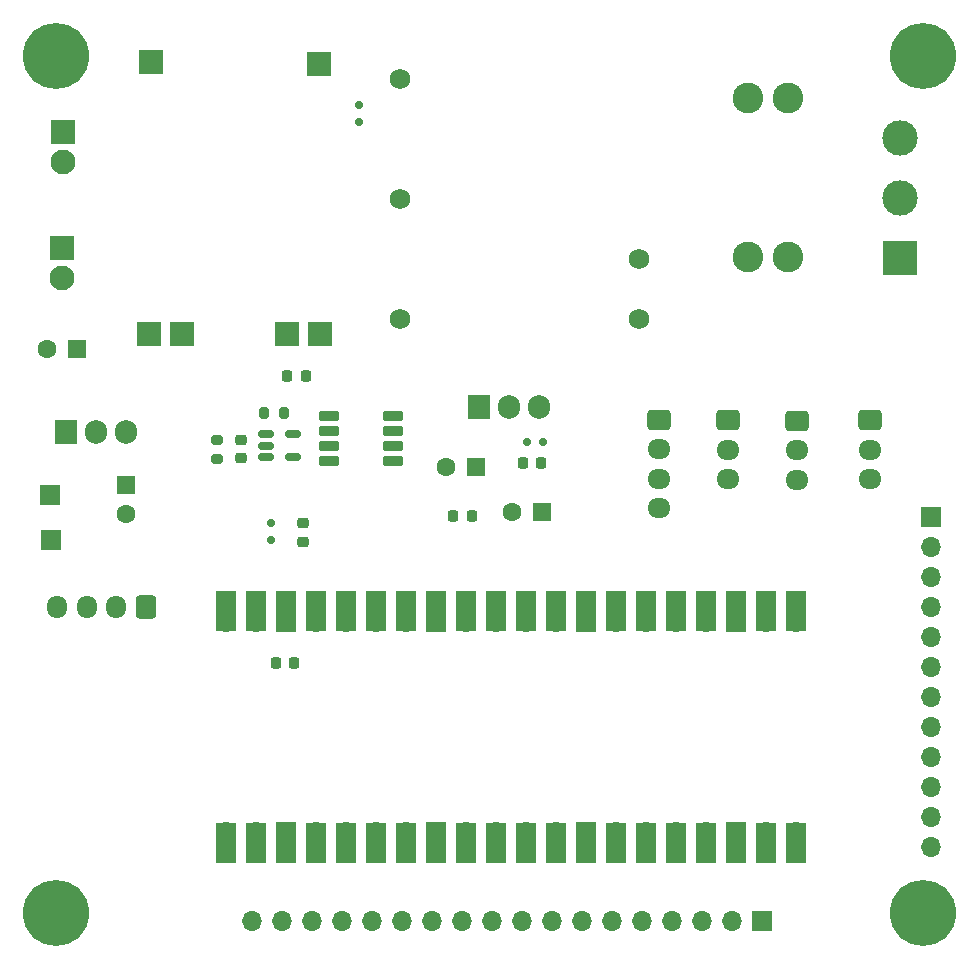
<source format=gbr>
%TF.GenerationSoftware,KiCad,Pcbnew,(7.0.0)*%
%TF.CreationDate,2023-12-23T17:06:12+01:00*%
%TF.ProjectId,PCB-light-challenge,5043422d-6c69-4676-9874-2d6368616c6c,rev?*%
%TF.SameCoordinates,Original*%
%TF.FileFunction,Soldermask,Top*%
%TF.FilePolarity,Negative*%
%FSLAX46Y46*%
G04 Gerber Fmt 4.6, Leading zero omitted, Abs format (unit mm)*
G04 Created by KiCad (PCBNEW (7.0.0)) date 2023-12-23 17:06:12*
%MOMM*%
%LPD*%
G01*
G04 APERTURE LIST*
G04 Aperture macros list*
%AMRoundRect*
0 Rectangle with rounded corners*
0 $1 Rounding radius*
0 $2 $3 $4 $5 $6 $7 $8 $9 X,Y pos of 4 corners*
0 Add a 4 corners polygon primitive as box body*
4,1,4,$2,$3,$4,$5,$6,$7,$8,$9,$2,$3,0*
0 Add four circle primitives for the rounded corners*
1,1,$1+$1,$2,$3*
1,1,$1+$1,$4,$5*
1,1,$1+$1,$6,$7*
1,1,$1+$1,$8,$9*
0 Add four rect primitives between the rounded corners*
20,1,$1+$1,$2,$3,$4,$5,0*
20,1,$1+$1,$4,$5,$6,$7,0*
20,1,$1+$1,$6,$7,$8,$9,0*
20,1,$1+$1,$8,$9,$2,$3,0*%
G04 Aperture macros list end*
%ADD10C,5.600000*%
%ADD11RoundRect,0.250000X0.600000X0.725000X-0.600000X0.725000X-0.600000X-0.725000X0.600000X-0.725000X0*%
%ADD12O,1.700000X1.950000*%
%ADD13RoundRect,0.150000X-0.512500X-0.150000X0.512500X-0.150000X0.512500X0.150000X-0.512500X0.150000X0*%
%ADD14R,1.600000X1.600000*%
%ADD15C,1.600000*%
%ADD16RoundRect,0.225000X0.225000X0.250000X-0.225000X0.250000X-0.225000X-0.250000X0.225000X-0.250000X0*%
%ADD17C,2.604000*%
%ADD18RoundRect,0.225000X-0.250000X0.225000X-0.250000X-0.225000X0.250000X-0.225000X0.250000X0.225000X0*%
%ADD19RoundRect,0.150000X0.150000X0.200000X-0.150000X0.200000X-0.150000X-0.200000X0.150000X-0.200000X0*%
%ADD20R,1.700000X1.700000*%
%ADD21R,1.905000X2.000000*%
%ADD22O,1.905000X2.000000*%
%ADD23RoundRect,0.225000X0.250000X-0.225000X0.250000X0.225000X-0.250000X0.225000X-0.250000X-0.225000X0*%
%ADD24C,1.750000*%
%ADD25R,2.100000X2.100000*%
%ADD26C,2.100000*%
%ADD27RoundRect,0.225000X-0.225000X-0.250000X0.225000X-0.250000X0.225000X0.250000X-0.225000X0.250000X0*%
%ADD28O,1.700000X1.700000*%
%ADD29RoundRect,0.250000X-0.725000X0.600000X-0.725000X-0.600000X0.725000X-0.600000X0.725000X0.600000X0*%
%ADD30O,1.950000X1.700000*%
%ADD31R,3.000000X3.000000*%
%ADD32C,3.000000*%
%ADD33R,2.000000X2.000000*%
%ADD34R,1.700000X3.500000*%
%ADD35RoundRect,0.150000X-0.200000X0.150000X-0.200000X-0.150000X0.200000X-0.150000X0.200000X0.150000X0*%
%ADD36RoundRect,0.200000X0.275000X-0.200000X0.275000X0.200000X-0.275000X0.200000X-0.275000X-0.200000X0*%
%ADD37RoundRect,0.150000X0.200000X-0.150000X0.200000X0.150000X-0.200000X0.150000X-0.200000X-0.150000X0*%
%ADD38RoundRect,0.200000X0.200000X0.275000X-0.200000X0.275000X-0.200000X-0.275000X0.200000X-0.275000X0*%
%ADD39RoundRect,0.125600X-0.741400X-0.271400X0.741400X-0.271400X0.741400X0.271400X-0.741400X0.271400X0*%
%ADD40RoundRect,0.125600X0.741400X0.271400X-0.741400X0.271400X-0.741400X-0.271400X0.741400X-0.271400X0*%
G04 APERTURE END LIST*
D10*
%TO.C,H1*%
X175691800Y-148894800D03*
%TD*%
D11*
%TO.C,LDR1*%
X183271800Y-122961400D03*
D12*
X180771799Y-122961399D03*
X178271799Y-122961399D03*
X175771799Y-122961399D03*
%TD*%
D13*
%TO.C,U2*%
X193470000Y-108385000D03*
X193470000Y-109335000D03*
X193470000Y-110285000D03*
X195745000Y-110285000D03*
X195745000Y-108385000D03*
%TD*%
D14*
%TO.C,C10*%
X211203568Y-111175799D03*
D15*
X208703569Y-111175800D03*
%TD*%
D16*
%TO.C,C9*%
X210845400Y-115290600D03*
X209295400Y-115290600D03*
%TD*%
D17*
%TO.C,F1*%
X234266000Y-93349000D03*
X237666000Y-93349000D03*
X234266000Y-79879000D03*
X237666000Y-79879000D03*
%TD*%
D16*
%TO.C,C3*%
X216713400Y-110820200D03*
X215163400Y-110820200D03*
%TD*%
D18*
%TO.C,C1*%
X191300000Y-108875000D03*
X191300000Y-110425000D03*
%TD*%
D19*
%TO.C,D3*%
X215493600Y-109067600D03*
X216893600Y-109067600D03*
%TD*%
D20*
%TO.C,3V3*%
X175149999Y-113479999D03*
%TD*%
D21*
%TO.C,U5*%
X211459999Y-106089999D03*
D22*
X213999999Y-106089999D03*
X216539999Y-106089999D03*
%TD*%
D23*
%TO.C,C5*%
X196545200Y-117462600D03*
X196545200Y-115912600D03*
%TD*%
D21*
%TO.C,U4*%
X176529999Y-108179999D03*
D22*
X179069999Y-108179999D03*
X181609999Y-108179999D03*
%TD*%
D24*
%TO.C,PS1*%
X225060000Y-98640000D03*
X225060000Y-93560000D03*
X204760000Y-78320000D03*
X204760000Y-88480000D03*
X204760000Y-98640000D03*
%TD*%
D25*
%TO.C,Batterij1*%
X176199999Y-92589999D03*
D26*
X176200000Y-95130000D03*
%TD*%
D27*
%TO.C,C2*%
X194284000Y-127762000D03*
X195834000Y-127762000D03*
%TD*%
D20*
%TO.C,J4*%
X249729999Y-115419999D03*
D28*
X249729999Y-117959999D03*
X249729999Y-120499999D03*
X249729999Y-123039999D03*
X249729999Y-125579999D03*
X249729999Y-128119999D03*
X249729999Y-130659999D03*
X249729999Y-133199999D03*
X249729999Y-135739999D03*
X249729999Y-138279999D03*
X249729999Y-140819999D03*
X249729999Y-143359999D03*
%TD*%
D29*
%TO.C,PIR1*%
X238429800Y-107217200D03*
D30*
X238429799Y-109717199D03*
X238429799Y-112217199D03*
%TD*%
D10*
%TO.C,H3*%
X249097800Y-76377800D03*
%TD*%
D31*
%TO.C,J1*%
X247141999Y-93471999D03*
D32*
X247142000Y-88392000D03*
X247142000Y-83312000D03*
%TD*%
D27*
%TO.C,C7*%
X195236800Y-103428800D03*
X196786800Y-103428800D03*
%TD*%
D33*
%TO.C,U1*%
X183567599Y-99923599D03*
X197967599Y-99923599D03*
X186367599Y-99923599D03*
X195217599Y-99923599D03*
X183717599Y-76873599D03*
X197917599Y-76998599D03*
%TD*%
D20*
%TO.C,J3*%
X235449999Y-149619999D03*
D28*
X232909999Y-149619999D03*
X230369999Y-149619999D03*
X227829999Y-149619999D03*
X225289999Y-149619999D03*
X222749999Y-149619999D03*
X220209999Y-149619999D03*
X217669999Y-149619999D03*
X215129999Y-149619999D03*
X212589999Y-149619999D03*
X210049999Y-149619999D03*
X207509999Y-149619999D03*
X204969999Y-149619999D03*
X202429999Y-149619999D03*
X199889999Y-149619999D03*
X197349999Y-149619999D03*
X194809999Y-149619999D03*
X192269999Y-149619999D03*
%TD*%
D14*
%TO.C,C4*%
X216766168Y-114960399D03*
D15*
X214266169Y-114960400D03*
%TD*%
D14*
%TO.C,C8*%
X177421568Y-101193599D03*
D15*
X174921569Y-101193600D03*
%TD*%
D28*
%TO.C,U-PICO1*%
X190079999Y-142049999D03*
D34*
X190079999Y-142949999D03*
D28*
X192619999Y-142049999D03*
D34*
X192619999Y-142949999D03*
D20*
X195159999Y-142049999D03*
D34*
X195159999Y-142949999D03*
D28*
X197699999Y-142049999D03*
D34*
X197699999Y-142949999D03*
D28*
X200239999Y-142049999D03*
D34*
X200239999Y-142949999D03*
D28*
X202779999Y-142049999D03*
D34*
X202779999Y-142949999D03*
D28*
X205319999Y-142049999D03*
D34*
X205319999Y-142949999D03*
D20*
X207859999Y-142049999D03*
D34*
X207859999Y-142949999D03*
D28*
X210399999Y-142049999D03*
D34*
X210399999Y-142949999D03*
D28*
X212939999Y-142049999D03*
D34*
X212939999Y-142949999D03*
D28*
X215479999Y-142049999D03*
D34*
X215479999Y-142949999D03*
D28*
X218019999Y-142049999D03*
D34*
X218019999Y-142949999D03*
D20*
X220559999Y-142049999D03*
D34*
X220559999Y-142949999D03*
D28*
X223099999Y-142049999D03*
D34*
X223099999Y-142949999D03*
D28*
X225639999Y-142049999D03*
D34*
X225639999Y-142949999D03*
D28*
X228179999Y-142049999D03*
D34*
X228179999Y-142949999D03*
D28*
X230719999Y-142049999D03*
D34*
X230719999Y-142949999D03*
D20*
X233259999Y-142049999D03*
D34*
X233259999Y-142949999D03*
D28*
X235799999Y-142049999D03*
D34*
X235799999Y-142949999D03*
D28*
X238339999Y-142049999D03*
D34*
X238339999Y-142949999D03*
D28*
X238339999Y-124269999D03*
D34*
X238339999Y-123369999D03*
D28*
X235799999Y-124269999D03*
D34*
X235799999Y-123369999D03*
D20*
X233259999Y-124269999D03*
D34*
X233259999Y-123369999D03*
D28*
X230719999Y-124269999D03*
D34*
X230719999Y-123369999D03*
D28*
X228179999Y-124269999D03*
D34*
X228179999Y-123369999D03*
D28*
X225639999Y-124269999D03*
D34*
X225639999Y-123369999D03*
D28*
X223099999Y-124269999D03*
D34*
X223099999Y-123369999D03*
D20*
X220559999Y-124269999D03*
D34*
X220559999Y-123369999D03*
D28*
X218019999Y-124269999D03*
D34*
X218019999Y-123369999D03*
D28*
X215479999Y-124269999D03*
D34*
X215479999Y-123369999D03*
D28*
X212939999Y-124269999D03*
D34*
X212939999Y-123369999D03*
D28*
X210399999Y-124269999D03*
D34*
X210399999Y-123369999D03*
D20*
X207859999Y-124269999D03*
D34*
X207859999Y-123369999D03*
D28*
X205319999Y-124269999D03*
D34*
X205319999Y-123369999D03*
D28*
X202779999Y-124269999D03*
D34*
X202779999Y-123369999D03*
D28*
X200239999Y-124269999D03*
D34*
X200239999Y-123369999D03*
D28*
X197699999Y-124269999D03*
D34*
X197699999Y-123369999D03*
D20*
X195159999Y-124269999D03*
D34*
X195159999Y-123369999D03*
D28*
X192619999Y-124269999D03*
D34*
X192619999Y-123369999D03*
D28*
X190079999Y-124269999D03*
D34*
X190079999Y-123369999D03*
%TD*%
D25*
%TO.C,5V1*%
X176275999Y-82803999D03*
D26*
X176276000Y-85344000D03*
%TD*%
D29*
%TO.C,RGB1*%
X226695000Y-107155600D03*
D30*
X226694999Y-109655599D03*
X226694999Y-112155599D03*
X226694999Y-114655599D03*
%TD*%
D35*
%TO.C,D1*%
X201295000Y-81915000D03*
X201295000Y-80515000D03*
%TD*%
D10*
%TO.C,H2*%
X175691800Y-76377800D03*
%TD*%
D29*
%TO.C,Shock1*%
X244551200Y-107191800D03*
D30*
X244551199Y-109691799D03*
X244551199Y-112191799D03*
%TD*%
D10*
%TO.C,H4*%
X249072400Y-148894800D03*
%TD*%
D29*
%TO.C,PIR2*%
X232562400Y-107191800D03*
D30*
X232562399Y-109691799D03*
X232562399Y-112191799D03*
%TD*%
D36*
%TO.C,R1*%
X189290000Y-110475000D03*
X189290000Y-108825000D03*
%TD*%
D20*
%TO.C,P-1*%
X175259999Y-117347999D03*
%TD*%
D14*
%TO.C,C6*%
X181584599Y-112638199D03*
D15*
X181584600Y-115138200D03*
%TD*%
D37*
%TO.C,D2*%
X193900000Y-115886000D03*
X193900000Y-117286000D03*
%TD*%
D38*
%TO.C,R2*%
X194930000Y-106575000D03*
X193280000Y-106575000D03*
%TD*%
D39*
%TO.C,U3*%
X198740000Y-106850000D03*
X198740000Y-108120000D03*
X198740000Y-109390000D03*
X198740000Y-110660000D03*
D40*
X204220000Y-110660000D03*
X204220000Y-109390000D03*
X204220000Y-108120000D03*
X204220000Y-106850000D03*
%TD*%
M02*

</source>
